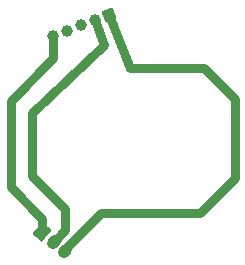
<source format=gbr>
%TF.GenerationSoftware,KiCad,Pcbnew,7.0.2*%
%TF.CreationDate,2023-05-18T17:41:12+02:00*%
%TF.ProjectId,Schablone,53636861-626c-46f6-9e65-2e6b69636164,rev?*%
%TF.SameCoordinates,Original*%
%TF.FileFunction,Copper,L1,Top*%
%TF.FilePolarity,Positive*%
%FSLAX46Y46*%
G04 Gerber Fmt 4.6, Leading zero omitted, Abs format (unit mm)*
G04 Created by KiCad (PCBNEW 7.0.2) date 2023-05-18 17:41:12*
%MOMM*%
%LPD*%
G01*
G04 APERTURE LIST*
G04 Aperture macros list*
%AMHorizOval*
0 Thick line with rounded ends*
0 $1 width*
0 $2 $3 position (X,Y) of the first rounded end (center of the circle)*
0 $4 $5 position (X,Y) of the second rounded end (center of the circle)*
0 Add line between two ends*
20,1,$1,$2,$3,$4,$5,0*
0 Add two circle primitives to create the rounded ends*
1,1,$1,$2,$3*
1,1,$1,$4,$5*%
%AMRotRect*
0 Rectangle, with rotation*
0 The origin of the aperture is its center*
0 $1 length*
0 $2 width*
0 $3 Rotation angle, in degrees counterclockwise*
0 Add horizontal line*
21,1,$1,$2,0,0,$3*%
G04 Aperture macros list end*
%TA.AperFunction,ComponentPad*%
%ADD10RotRect,1.000000X1.000000X291.000000*%
%TD*%
%TA.AperFunction,ComponentPad*%
%ADD11HorizOval,1.000000X0.000000X0.000000X0.000000X0.000000X0*%
%TD*%
%TA.AperFunction,ComponentPad*%
%ADD12RotRect,1.050000X1.300000X320.000000*%
%TD*%
%TA.AperFunction,ComponentPad*%
%ADD13HorizOval,1.050000X-0.080348X-0.095756X0.080348X0.095756X0*%
%TD*%
%TA.AperFunction,Conductor*%
%ADD14C,0.800000*%
%TD*%
%TA.AperFunction,Conductor*%
%ADD15C,0.250000*%
%TD*%
G04 APERTURE END LIST*
D10*
%TO.P,J1,1,Pin_1*%
%TO.N,Net-(J1-Pin_1)*%
X144151294Y-79344873D03*
D11*
%TO.P,J1,2,Pin_2*%
%TO.N,Net-(J1-Pin_2)*%
X142965647Y-79800000D03*
%TO.P,J1,3,Pin_3*%
%TO.N,unconnected-(J1-Pin_3-Pad3)*%
X141780000Y-80255128D03*
%TO.P,J1,4,Pin_4*%
%TO.N,unconnected-(J1-Pin_4-Pad4)*%
X140594353Y-80710255D03*
%TO.P,J1,5,Pin_5*%
%TO.N,Net-(J1-Pin_5)*%
X139408705Y-81165382D03*
%TD*%
D12*
%TO.P,U1,1,VCC*%
%TO.N,Net-(J1-Pin_5)*%
X138488049Y-97758655D03*
D13*
%TO.P,U1,2,GND*%
%TO.N,Net-(J1-Pin_2)*%
X139460925Y-98574995D03*
%TO.P,U1,3,VOUT*%
%TO.N,Net-(J1-Pin_1)*%
X140433802Y-99391336D03*
%TD*%
D14*
%TO.N,Net-(J1-Pin_1)*%
X151830000Y-96110000D02*
X154800000Y-93140000D01*
X145890000Y-83860000D02*
X144151294Y-79344873D01*
X140433802Y-99165754D02*
X143489556Y-96110000D01*
X143489556Y-96110000D02*
X151830000Y-96110000D01*
X154800000Y-93140000D02*
X154800000Y-86470000D01*
X154800000Y-86470000D02*
X152180000Y-83850000D01*
X140433802Y-99391336D02*
X140433802Y-99165754D01*
X152180000Y-83850000D02*
X145890000Y-83860000D01*
%TO.N,Net-(J1-Pin_2)*%
X137650000Y-87640000D02*
X137650000Y-93000000D01*
X140450000Y-97585920D02*
X139460925Y-98574995D01*
X140450000Y-95800000D02*
X140450000Y-97585920D01*
X142965647Y-79800000D02*
X143680000Y-81940000D01*
X137650000Y-93000000D02*
X140450000Y-95800000D01*
D15*
X143010000Y-79810000D02*
X143000000Y-79820000D01*
D14*
X143680000Y-81940000D02*
X137650000Y-87640000D01*
%TO.N,Net-(J1-Pin_5)*%
X135810000Y-93960000D02*
X138488049Y-96638049D01*
X139408705Y-83041295D02*
X135810000Y-86640000D01*
X139408705Y-81165382D02*
X139408705Y-83041295D01*
X138488049Y-96638049D02*
X138488049Y-97758655D01*
X135810000Y-86640000D02*
X135810000Y-93960000D01*
%TD*%
M02*

</source>
